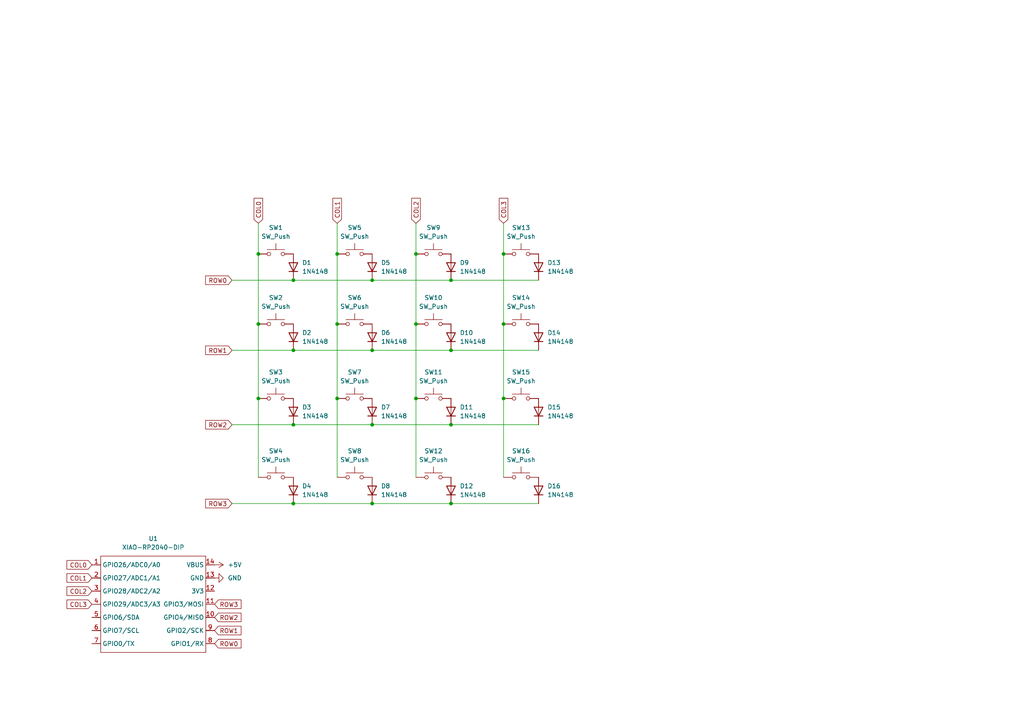
<source format=kicad_sch>
(kicad_sch (version 20231120) (generator "eeschema") (generator_version "8.0")
  (paper "A4")
  (lib_symbols
    (symbol "Diode:1N4148" (pin_numbers hide) (pin_names hide)
      (property "Reference" "D" (at 0 2.54 0))
      (property "Value" "1N4148" (at 0 -2.54 0))
      (symbol "1N4148_0_1"
        (polyline (pts (xy -1.27 1.27) (xy -1.27 -1.27)) (stroke (width 0.254)))
        (polyline (pts (xy 1.27 0) (xy -1.27 0)))
        (polyline (pts (xy 1.27 1.27) (xy 1.27 -1.27) (xy -1.27 0) (xy 1.27 1.27)) (stroke (width 0.254)))
      )
      (symbol "1N4148_1_1"
        (pin passive line (at -3.81 0 0) (length 2.54) (name "K") (number "1"))
        (pin passive line (at 3.81 0 180) (length 2.54) (name "A") (number "2"))
      )
    )
    (symbol "OPL:XIAO-RP2040-DIP"
      (property "Reference" "U" (at 0 0 0))
      (property "Value" "XIAO-RP2040-DIP" (at 5.334 -1.778 0))
      (symbol "XIAO-RP2040-DIP_1_0"
        (polyline (pts (xy -1.27 -30.48) (xy -1.27 -16.51)) (stroke (width 0.1524)))
        (polyline (pts (xy -1.27 -27.94) (xy -2.54 -27.94)) (stroke (width 0.1524)))
        (polyline (pts (xy -1.27 -24.13) (xy -2.54 -24.13)) (stroke (width 0.1524)))
        (polyline (pts (xy -1.27 -20.32) (xy -2.54 -20.32)) (stroke (width 0.1524)))
        (polyline (pts (xy -1.27 -16.51) (xy -2.54 -16.51)) (stroke (width 0.1524)))
        (polyline (pts (xy -1.27 -16.51) (xy -1.27 -12.7)) (stroke (width 0.1524)))
        (polyline (pts (xy -1.27 -12.7) (xy -2.54 -12.7)) (stroke (width 0.1524)))
        (polyline (pts (xy -1.27 -12.7) (xy -1.27 -8.89)) (stroke (width 0.1524)))
        (polyline (pts (xy -1.27 -8.89) (xy -2.54 -8.89)) (stroke (width 0.1524)))
        (polyline (pts (xy -1.27 -8.89) (xy -1.27 -5.08)) (stroke (width 0.1524)))
        (polyline (pts (xy -1.27 -5.08) (xy -2.54 -5.08)) (stroke (width 0.1524)))
        (polyline (pts (xy -1.27 -5.08) (xy -1.27 -2.54)) (stroke (width 0.1524)))
        (polyline (pts (xy -1.27 -2.54) (xy 29.21 -2.54)) (stroke (width 0.1524)))
        (polyline (pts (xy 29.21 -30.48) (xy -1.27 -30.48)) (stroke (width 0.1524)))
        (polyline (pts (xy 29.21 -12.7) (xy 29.21 -30.48)) (stroke (width 0.1524)))
        (polyline (pts (xy 29.21 -8.89) (xy 29.21 -12.7)) (stroke (width 0.1524)))
        (polyline (pts (xy 29.21 -5.08) (xy 29.21 -8.89)) (stroke (width 0.1524)))
        (polyline (pts (xy 29.21 -2.54) (xy 29.21 -5.08)) (stroke (width 0.1524)))
        (polyline (pts (xy 30.48 -27.94) (xy 29.21 -27.94)) (stroke (width 0.1524)))
        (polyline (pts (xy 30.48 -24.13) (xy 29.21 -24.13)) (stroke (width 0.1524)))
        (polyline (pts (xy 30.48 -20.32) (xy 29.21 -20.32)) (stroke (width 0.1524)))
        (polyline (pts (xy 30.48 -16.51) (xy 29.21 -16.51)) (stroke (width 0.1524)))
        (polyline (pts (xy 30.48 -12.7) (xy 29.21 -12.7)) (stroke (width 0.1524)))
        (polyline (pts (xy 30.48 -8.89) (xy 29.21 -8.89)) (stroke (width 0.1524)))
        (polyline (pts (xy 30.48 -5.08) (xy 29.21 -5.08)) (stroke (width 0.1524)))
        (pin passive line (at -3.81 -5.08 0) (length 2.54) (name "GPIO26/ADC0/A0") (number "1"))
        (pin passive line (at 31.75 -20.32 180) (length 2.54) (name "GPIO4/MISO") (number "10"))
        (pin passive line (at 31.75 -16.51 180) (length 2.54) (name "GPIO3/MOSI") (number "11"))
        (pin passive line (at 31.75 -12.7 180) (length 2.54) (name "3V3") (number "12"))
        (pin passive line (at 31.75 -8.89 180) (length 2.54) (name "GND") (number "13"))
        (pin passive line (at 31.75 -5.08 180) (length 2.54) (name "VBUS") (number "14"))
        (pin passive line (at -3.81 -8.89 0) (length 2.54) (name "GPIO27/ADC1/A1") (number "2"))
        (pin passive line (at -3.81 -12.7 0) (length 2.54) (name "GPIO28/ADC2/A2") (number "3"))
        (pin passive line (at -3.81 -16.51 0) (length 2.54) (name "GPIO29/ADC3/A3") (number "4"))
        (pin passive line (at -3.81 -20.32 0) (length 2.54) (name "GPIO6/SDA") (number "5"))
        (pin passive line (at -3.81 -24.13 0) (length 2.54) (name "GPIO7/SCL") (number "6"))
        (pin passive line (at -3.81 -27.94 0) (length 2.54) (name "GPIO0/TX") (number "7"))
        (pin passive line (at 31.75 -27.94 180) (length 2.54) (name "GPIO1/RX") (number "8"))
        (pin passive line (at 31.75 -24.13 180) (length 2.54) (name "GPIO2/SCK") (number "9"))
      )
    )
    (symbol "Switch:SW_Push" (pin_numbers hide) (pin_names (offset 1.016) hide)
      (property "Reference" "SW" (at 1.27 2.54 0))
      (property "Value" "SW_Push" (at 0 -1.524 0))
      (symbol "SW_Push_0_1"
        (circle (center -2.032 0) (radius 0.508))
        (polyline (pts (xy 0 1.27) (xy 0 3.048)))
        (polyline (pts (xy 2.54 1.27) (xy -2.54 1.27)))
        (circle (center 2.032 0) (radius 0.508))
        (pin passive line (at -5.08 0 0) (length 2.54) (name "1") (number "1"))
        (pin passive line (at 5.08 0 180) (length 2.54) (name "2") (number "2"))
      )
    )
    (symbol "power:+5V" (power) (pin_numbers hide) (pin_names (offset 0) hide)
      (property "Value" "+5V" (at 0 3.556 0))
      (symbol "+5V_0_1"
        (polyline (pts (xy -0.762 1.27) (xy 0 2.54)))
        (polyline (pts (xy 0 0) (xy 0 2.54)))
        (polyline (pts (xy 0 2.54) (xy 0.762 1.27)))
      )
      (symbol "+5V_1_1"
        (pin power_in line (at 0 0 90) (length 0) (name "~") (number "1"))
      )
    )
    (symbol "power:GND" (power) (pin_numbers hide) (pin_names (offset 0) hide)
      (property "Value" "GND" (at 0 -3.81 0))
      (symbol "GND_0_1"
        (polyline (pts (xy 0 0) (xy 0 -1.27) (xy 1.27 -1.27) (xy 0 -2.54) (xy -1.27 -1.27) (xy 0 -1.27)))
      )
      (symbol "GND_1_1"
        (pin power_in line (at 0 0 270) (length 0) (name "~") (number "1"))
      )
    )
  )
  (junction (at 107.95 123.19))
  (junction (at 146.05 73.66))
  (junction (at 85.09 146.05))
  (junction (at 146.05 115.57))
  (junction (at 120.65 93.98))
  (junction (at 74.93 73.66))
  (junction (at 107.95 81.28))
  (junction (at 97.79 115.57))
  (junction (at 130.81 81.28))
  (junction (at 120.65 73.66))
  (junction (at 107.95 146.05))
  (junction (at 97.79 73.66))
  (junction (at 85.09 101.6))
  (junction (at 130.81 123.19))
  (junction (at 97.79 93.98))
  (junction (at 146.05 93.98))
  (junction (at 130.81 101.6))
  (junction (at 74.93 115.57))
  (junction (at 120.65 115.57))
  (junction (at 130.81 146.05))
  (junction (at 74.93 93.98))
  (junction (at 107.95 101.6))
  (junction (at 85.09 123.19))
  (junction (at 85.09 81.28))
  (wire (pts (xy 130.81 146.05) (xy 156.21 146.05)))
  (wire (pts (xy 97.79 64.77) (xy 97.79 73.66)))
  (wire (pts (xy 120.65 115.57) (xy 120.65 138.43)))
  (wire (pts (xy 97.79 93.98) (xy 97.79 115.57)))
  (wire (pts (xy 85.09 101.6) (xy 107.95 101.6)))
  (wire (pts (xy 67.31 123.19) (xy 85.09 123.19)))
  (wire (pts (xy 130.81 81.28) (xy 156.21 81.28)))
  (wire (pts (xy 74.93 93.98) (xy 74.93 115.57)))
  (wire (pts (xy 120.65 73.66) (xy 120.65 93.98)))
  (wire (pts (xy 130.81 101.6) (xy 156.21 101.6)))
  (wire (pts (xy 74.93 73.66) (xy 74.93 93.98)))
  (wire (pts (xy 146.05 64.77) (xy 146.05 73.66)))
  (wire (pts (xy 85.09 146.05) (xy 107.95 146.05)))
  (wire (pts (xy 120.65 93.98) (xy 120.65 115.57)))
  (wire (pts (xy 107.95 101.6) (xy 130.81 101.6)))
  (wire (pts (xy 146.05 93.98) (xy 146.05 115.57)))
  (wire (pts (xy 107.95 81.28) (xy 130.81 81.28)))
  (wire (pts (xy 97.79 115.57) (xy 97.79 138.43)))
  (wire (pts (xy 67.31 101.6) (xy 85.09 101.6)))
  (wire (pts (xy 74.93 115.57) (xy 74.93 138.43)))
  (wire (pts (xy 146.05 115.57) (xy 146.05 138.43)))
  (wire (pts (xy 107.95 146.05) (xy 130.81 146.05)))
  (wire (pts (xy 146.05 73.66) (xy 146.05 93.98)))
  (wire (pts (xy 67.31 81.28) (xy 85.09 81.28)))
  (wire (pts (xy 67.31 146.05) (xy 85.09 146.05)))
  (wire (pts (xy 120.65 64.77) (xy 120.65 73.66)))
  (wire (pts (xy 97.79 73.66) (xy 97.79 93.98)))
  (wire (pts (xy 107.95 123.19) (xy 130.81 123.19)))
  (wire (pts (xy 74.93 64.77) (xy 74.93 73.66)))
  (wire (pts (xy 85.09 123.19) (xy 107.95 123.19)))
  (wire (pts (xy 85.09 81.28) (xy 107.95 81.28)))
  (wire (pts (xy 130.81 123.19) (xy 156.21 123.19)))
  (global_label "ROW3" (shape input) (at 62.23 175.26 0) (property "Intersheetrefs" "${INTERSHEET_REFS}" (effects (hide yes))))
  (global_label "COL1" (shape input) (at 26.67 167.64 180) (property "Intersheetrefs" "${INTERSHEET_REFS}" (effects (hide yes))))
  (global_label "ROW1" (shape input) (at 62.23 182.88 0) (property "Intersheetrefs" "${INTERSHEET_REFS}" (effects (hide yes))))
  (global_label "ROW2" (shape input) (at 62.23 179.07 0) (property "Intersheetrefs" "${INTERSHEET_REFS}" (effects (hide yes))))
  (global_label "COL2" (shape input) (at 26.67 171.45 180) (property "Intersheetrefs" "${INTERSHEET_REFS}" (effects (hide yes))))
  (global_label "COL2" (shape input) (at 120.65 64.77 90) (property "Intersheetrefs" "${INTERSHEET_REFS}" (effects (hide yes))))
  (global_label "COL0" (shape input) (at 74.93 64.77 90) (property "Intersheetrefs" "${INTERSHEET_REFS}" (effects (hide yes))))
  (global_label "COL0" (shape input) (at 26.67 163.83 180) (property "Intersheetrefs" "${INTERSHEET_REFS}" (effects (hide yes))))
  (global_label "COL3" (shape input) (at 26.67 175.26 180) (property "Intersheetrefs" "${INTERSHEET_REFS}" (effects (hide yes))))
  (global_label "ROW2" (shape input) (at 67.31 123.19 180) (property "Intersheetrefs" "${INTERSHEET_REFS}" (effects (hide yes))))
  (global_label "ROW3" (shape input) (at 67.31 146.05 180) (property "Intersheetrefs" "${INTERSHEET_REFS}" (effects (hide yes))))
  (global_label "COL3" (shape input) (at 146.05 64.77 90) (property "Intersheetrefs" "${INTERSHEET_REFS}" (effects (hide yes))))
  (global_label "ROW1" (shape input) (at 67.31 101.6 180) (property "Intersheetrefs" "${INTERSHEET_REFS}" (effects (hide yes))))
  (global_label "ROW0" (shape input) (at 67.31 81.28 180) (property "Intersheetrefs" "${INTERSHEET_REFS}" (effects (hide yes))))
  (global_label "ROW0" (shape input) (at 62.23 186.69 0) (property "Intersheetrefs" "${INTERSHEET_REFS}" (effects (hide yes))))
  (global_label "COL1" (shape input) (at 97.79 64.77 90) (property "Intersheetrefs" "${INTERSHEET_REFS}" (effects (hide yes))))
  (symbol (lib_id "Switch:SW_Push") (at 125.73 115.57 0) (unit 1)
    (property "Reference" "SW11" (at 125.73 107.95 0))
    (property "Value" "SW_Push" (at 125.73 110.49 0))
    (property "Footprint" "Button_Switch_Keyboard:SW_Cherry_MX_1.00u_PCB" (effects (hide yes)))
    (property "Description" "Push button switch, generic, two pins" (effects (hide yes)))
  )
  (symbol (lib_id "Diode:1N4148") (at 85.09 77.47 90) (unit 1)
    (property "Reference" "D1" (at 87.63 76.1999 90) (effects (justify right)))
    (property "Value" "1N4148" (at 87.63 78.7399 90) (effects (justify right)))
    (property "Footprint" "Diode_THT:D_DO-35_SOD27_P7.62mm_Horizontal" (effects (hide yes)))
    (property "Datasheet" "https://assets.nexperia.com/documents/data-sheet/1N4148_1N4448.pdf" (effects (hide yes)))
    (property "Description" "100V 0.15A standard switching diode, DO-35" (effects (hide yes)))
    (property "Sim.Device" "D" (effects (hide yes)))
    (property "Sim.Pins" "1=K 2=A" (effects (hide yes)))
  )
  (symbol (lib_id "Switch:SW_Push") (at 80.01 138.43 0) (unit 1)
    (property "Reference" "SW4" (at 80.01 130.81 0))
    (property "Value" "SW_Push" (at 80.01 133.35 0))
    (property "Footprint" "Button_Switch_Keyboard:SW_Cherry_MX_1.00u_PCB" (effects (hide yes)))
    (property "Description" "Push button switch, generic, two pins" (effects (hide yes)))
  )
  (symbol (lib_id "Diode:1N4148") (at 85.09 119.38 90) (unit 1)
    (property "Reference" "D3" (at 87.63 118.1099 90) (effects (justify right)))
    (property "Value" "1N4148" (at 87.63 120.6499 90) (effects (justify right)))
    (property "Footprint" "Diode_THT:D_DO-35_SOD27_P7.62mm_Horizontal" (effects (hide yes)))
    (property "Datasheet" "https://assets.nexperia.com/documents/data-sheet/1N4148_1N4448.pdf" (effects (hide yes)))
    (property "Description" "100V 0.15A standard switching diode, DO-35" (effects (hide yes)))
    (property "Sim.Device" "D" (effects (hide yes)))
    (property "Sim.Pins" "1=K 2=A" (effects (hide yes)))
  )
  (symbol (lib_id "OPL:XIAO-RP2040-DIP") (at 30.48 158.75 0) (unit 1)
    (property "Reference" "U1" (at 44.45 156.21 0))
    (property "Value" "XIAO-RP2040-DIP" (at 44.45 158.75 0))
    (property "Footprint" "OPL:XIAO-RP2040-DIP" (effects (hide yes)))
  )
  (symbol (lib_id "Diode:1N4148") (at 85.09 142.24 90) (unit 1)
    (property "Reference" "D4" (at 87.63 140.9699 90) (effects (justify right)))
    (property "Value" "1N4148" (at 87.63 143.5099 90) (effects (justify right)))
    (property "Footprint" "Diode_THT:D_DO-35_SOD27_P7.62mm_Horizontal" (effects (hide yes)))
    (property "Datasheet" "https://assets.nexperia.com/documents/data-sheet/1N4148_1N4448.pdf" (effects (hide yes)))
    (property "Description" "100V 0.15A standard switching diode, DO-35" (effects (hide yes)))
    (property "Sim.Device" "D" (effects (hide yes)))
    (property "Sim.Pins" "1=K 2=A" (effects (hide yes)))
  )
  (symbol (lib_id "Diode:1N4148") (at 85.09 97.79 90) (unit 1)
    (property "Reference" "D2" (at 87.63 96.5199 90) (effects (justify right)))
    (property "Value" "1N4148" (at 87.63 99.0599 90) (effects (justify right)))
    (property "Footprint" "Diode_THT:D_DO-35_SOD27_P7.62mm_Horizontal" (effects (hide yes)))
    (property "Datasheet" "https://assets.nexperia.com/documents/data-sheet/1N4148_1N4448.pdf" (effects (hide yes)))
    (property "Description" "100V 0.15A standard switching diode, DO-35" (effects (hide yes)))
    (property "Sim.Device" "D" (effects (hide yes)))
    (property "Sim.Pins" "1=K 2=A" (effects (hide yes)))
  )
  (symbol (lib_id "Switch:SW_Push") (at 125.73 138.43 0) (unit 1)
    (property "Reference" "SW12" (at 125.73 130.81 0))
    (property "Value" "SW_Push" (at 125.73 133.35 0))
    (property "Footprint" "Button_Switch_Keyboard:SW_Cherry_MX_1.00u_PCB" (effects (hide yes)))
    (property "Description" "Push button switch, generic, two pins" (effects (hide yes)))
  )
  (symbol (lib_id "Switch:SW_Push") (at 151.13 73.66 0) (unit 1)
    (property "Reference" "SW13" (at 151.13 66.04 0))
    (property "Value" "SW_Push" (at 151.13 68.58 0))
    (property "Footprint" "Button_Switch_Keyboard:SW_Cherry_MX_1.00u_PCB" (effects (hide yes)))
    (property "Description" "Push button switch, generic, two pins" (effects (hide yes)))
  )
  (symbol (lib_id "Switch:SW_Push") (at 151.13 115.57 0) (unit 1)
    (property "Reference" "SW15" (at 151.13 107.95 0))
    (property "Value" "SW_Push" (at 151.13 110.49 0))
    (property "Footprint" "Button_Switch_Keyboard:SW_Cherry_MX_1.00u_PCB" (effects (hide yes)))
    (property "Description" "Push button switch, generic, two pins" (effects (hide yes)))
  )
  (symbol (lib_id "Switch:SW_Push") (at 151.13 138.43 0) (unit 1)
    (property "Reference" "SW16" (at 151.13 130.81 0))
    (property "Value" "SW_Push" (at 151.13 133.35 0))
    (property "Footprint" "Button_Switch_Keyboard:SW_Cherry_MX_1.00u_PCB" (effects (hide yes)))
    (property "Description" "Push button switch, generic, two pins" (effects (hide yes)))
  )
  (symbol (lib_id "Diode:1N4148") (at 130.81 77.47 90) (unit 1)
    (property "Reference" "D9" (at 133.35 76.1999 90) (effects (justify right)))
    (property "Value" "1N4148" (at 133.35 78.7399 90) (effects (justify right)))
    (property "Footprint" "Diode_THT:D_DO-35_SOD27_P7.62mm_Horizontal" (effects (hide yes)))
    (property "Datasheet" "https://assets.nexperia.com/documents/data-sheet/1N4148_1N4448.pdf" (effects (hide yes)))
    (property "Description" "100V 0.15A standard switching diode, DO-35" (effects (hide yes)))
    (property "Sim.Device" "D" (effects (hide yes)))
    (property "Sim.Pins" "1=K 2=A" (effects (hide yes)))
  )
  (symbol (lib_id "Diode:1N4148") (at 130.81 119.38 90) (unit 1)
    (property "Reference" "D11" (at 133.35 118.1099 90) (effects (justify right)))
    (property "Value" "1N4148" (at 133.35 120.6499 90) (effects (justify right)))
    (property "Footprint" "Diode_THT:D_DO-35_SOD27_P7.62mm_Horizontal" (effects (hide yes)))
    (property "Datasheet" "https://assets.nexperia.com/documents/data-sheet/1N4148_1N4448.pdf" (effects (hide yes)))
    (property "Description" "100V 0.15A standard switching diode, DO-35" (effects (hide yes)))
    (property "Sim.Device" "D" (effects (hide yes)))
    (property "Sim.Pins" "1=K 2=A" (effects (hide yes)))
  )
  (symbol (lib_id "Switch:SW_Push") (at 125.73 93.98 0) (unit 1)
    (property "Reference" "SW10" (at 125.73 86.36 0))
    (property "Value" "SW_Push" (at 125.73 88.9 0))
    (property "Footprint" "Button_Switch_Keyboard:SW_Cherry_MX_1.00u_PCB" (effects (hide yes)))
    (property "Description" "Push button switch, generic, two pins" (effects (hide yes)))
  )
  (symbol (lib_id "Switch:SW_Push") (at 125.73 73.66 0) (unit 1)
    (property "Reference" "SW9" (at 125.73 66.04 0))
    (property "Value" "SW_Push" (at 125.73 68.58 0))
    (property "Footprint" "Button_Switch_Keyboard:SW_Cherry_MX_1.00u_PCB" (effects (hide yes)))
    (property "Description" "Push button switch, generic, two pins" (effects (hide yes)))
  )
  (symbol (lib_id "Diode:1N4148") (at 156.21 97.79 90) (unit 1)
    (property "Reference" "D14" (at 158.75 96.5199 90) (effects (justify right)))
    (property "Value" "1N4148" (at 158.75 99.0599 90) (effects (justify right)))
    (property "Footprint" "Diode_THT:D_DO-35_SOD27_P7.62mm_Horizontal" (effects (hide yes)))
    (property "Datasheet" "https://assets.nexperia.com/documents/data-sheet/1N4148_1N4448.pdf" (effects (hide yes)))
    (property "Description" "100V 0.15A standard switching diode, DO-35" (effects (hide yes)))
    (property "Sim.Device" "D" (effects (hide yes)))
    (property "Sim.Pins" "1=K 2=A" (effects (hide yes)))
  )
  (symbol (lib_id "Diode:1N4148") (at 107.95 142.24 90) (unit 1)
    (property "Reference" "D8" (at 110.49 140.9699 90) (effects (justify right)))
    (property "Value" "1N4148" (at 110.49 143.5099 90) (effects (justify right)))
    (property "Footprint" "Diode_THT:D_DO-35_SOD27_P7.62mm_Horizontal" (effects (hide yes)))
    (property "Datasheet" "https://assets.nexperia.com/documents/data-sheet/1N4148_1N4448.pdf" (effects (hide yes)))
    (property "Description" "100V 0.15A standard switching diode, DO-35" (effects (hide yes)))
    (property "Sim.Device" "D" (effects (hide yes)))
    (property "Sim.Pins" "1=K 2=A" (effects (hide yes)))
  )
  (symbol (lib_id "Switch:SW_Push") (at 102.87 115.57 0) (unit 1)
    (property "Reference" "SW7" (at 102.87 107.95 0))
    (property "Value" "SW_Push" (at 102.87 110.49 0))
    (property "Footprint" "Button_Switch_Keyboard:SW_Cherry_MX_1.00u_PCB" (effects (hide yes)))
    (property "Description" "Push button switch, generic, two pins" (effects (hide yes)))
  )
  (symbol (lib_id "power:+5V") (at 62.23 163.83 270) (unit 1)
    (property "Reference" "#PWR03" (effects (hide yes)))
    (property "Value" "+5V" (at 66.04 163.8299 90) (effects (justify left)))
    (property "Description" "Power symbol creates a global label with name \"+5V\"" (effects (hide yes)))
  )
  (symbol (lib_id "Switch:SW_Push") (at 102.87 138.43 0) (unit 1)
    (property "Reference" "SW8" (at 102.87 130.81 0))
    (property "Value" "SW_Push" (at 102.87 133.35 0))
    (property "Footprint" "Button_Switch_Keyboard:SW_Cherry_MX_1.00u_PCB" (effects (hide yes)))
    (property "Description" "Push button switch, generic, two pins" (effects (hide yes)))
  )
  (symbol (lib_id "Diode:1N4148") (at 156.21 77.47 90) (unit 1)
    (property "Reference" "D13" (at 158.75 76.1999 90) (effects (justify right)))
    (property "Value" "1N4148" (at 158.75 78.7399 90) (effects (justify right)))
    (property "Footprint" "Diode_THT:D_DO-35_SOD27_P7.62mm_Horizontal" (effects (hide yes)))
    (property "Datasheet" "https://assets.nexperia.com/documents/data-sheet/1N4148_1N4448.pdf" (effects (hide yes)))
    (property "Description" "100V 0.15A standard switching diode, DO-35" (effects (hide yes)))
    (property "Sim.Device" "D" (effects (hide yes)))
    (property "Sim.Pins" "1=K 2=A" (effects (hide yes)))
  )
  (symbol (lib_id "Switch:SW_Push") (at 151.13 93.98 0) (unit 1)
    (property "Reference" "SW14" (at 151.13 86.36 0))
    (property "Value" "SW_Push" (at 151.13 88.9 0))
    (property "Footprint" "Button_Switch_Keyboard:SW_Cherry_MX_1.00u_PCB" (effects (hide yes)))
    (property "Description" "Push button switch, generic, two pins" (effects (hide yes)))
  )
  (symbol (lib_id "Diode:1N4148") (at 156.21 142.24 90) (unit 1)
    (property "Reference" "D16" (at 158.75 140.9699 90) (effects (justify right)))
    (property "Value" "1N4148" (at 158.75 143.5099 90) (effects (justify right)))
    (property "Footprint" "Diode_THT:D_DO-35_SOD27_P7.62mm_Horizontal" (effects (hide yes)))
    (property "Datasheet" "https://assets.nexperia.com/documents/data-sheet/1N4148_1N4448.pdf" (effects (hide yes)))
    (property "Description" "100V 0.15A standard switching diode, DO-35" (effects (hide yes)))
    (property "Sim.Device" "D" (effects (hide yes)))
    (property "Sim.Pins" "1=K 2=A" (effects (hide yes)))
  )
  (symbol (lib_id "Switch:SW_Push") (at 80.01 93.98 0) (unit 1)
    (property "Reference" "SW2" (at 80.01 86.36 0))
    (property "Value" "SW_Push" (at 80.01 88.9 0))
    (property "Footprint" "Button_Switch_Keyboard:SW_Cherry_MX_1.00u_PCB" (effects (hide yes)))
    (property "Description" "Push button switch, generic, two pins" (effects (hide yes)))
  )
  (symbol (lib_id "Switch:SW_Push") (at 102.87 73.66 0) (unit 1)
    (property "Reference" "SW5" (at 102.87 66.04 0))
    (property "Value" "SW_Push" (at 102.87 68.58 0))
    (property "Footprint" "Button_Switch_Keyboard:SW_Cherry_MX_1.00u_PCB" (effects (hide yes)))
    (property "Description" "Push button switch, generic, two pins" (effects (hide yes)))
  )
  (symbol (lib_id "Diode:1N4148") (at 130.81 142.24 90) (unit 1)
    (property "Reference" "D12" (at 133.35 140.9699 90) (effects (justify right)))
    (property "Value" "1N4148" (at 133.35 143.5099 90) (effects (justify right)))
    (property "Footprint" "Diode_THT:D_DO-35_SOD27_P7.62mm_Horizontal" (effects (hide yes)))
    (property "Datasheet" "https://assets.nexperia.com/documents/data-sheet/1N4148_1N4448.pdf" (effects (hide yes)))
    (property "Description" "100V 0.15A standard switching diode, DO-35" (effects (hide yes)))
    (property "Sim.Device" "D" (effects (hide yes)))
    (property "Sim.Pins" "1=K 2=A" (effects (hide yes)))
  )
  (symbol (lib_id "Switch:SW_Push") (at 102.87 93.98 0) (unit 1)
    (property "Reference" "SW6" (at 102.87 86.36 0))
    (property "Value" "SW_Push" (at 102.87 88.9 0))
    (property "Footprint" "Button_Switch_Keyboard:SW_Cherry_MX_1.00u_PCB" (effects (hide yes)))
    (property "Description" "Push button switch, generic, two pins" (effects (hide yes)))
  )
  (symbol (lib_id "Switch:SW_Push") (at 80.01 115.57 0) (unit 1)
    (property "Reference" "SW3" (at 80.01 107.95 0))
    (property "Value" "SW_Push" (at 80.01 110.49 0))
    (property "Footprint" "Button_Switch_Keyboard:SW_Cherry_MX_1.00u_PCB" (effects (hide yes)))
    (property "Description" "Push button switch, generic, two pins" (effects (hide yes)))
  )
  (symbol (lib_id "Diode:1N4148") (at 130.81 97.79 90) (unit 1)
    (property "Reference" "D10" (at 133.35 96.5199 90) (effects (justify right)))
    (property "Value" "1N4148" (at 133.35 99.0599 90) (effects (justify right)))
    (property "Footprint" "Diode_THT:D_DO-35_SOD27_P7.62mm_Horizontal" (effects (hide yes)))
    (property "Datasheet" "https://assets.nexperia.com/documents/data-sheet/1N4148_1N4448.pdf" (effects (hide yes)))
    (property "Description" "100V 0.15A standard switching diode, DO-35" (effects (hide yes)))
    (property "Sim.Device" "D" (effects (hide yes)))
    (property "Sim.Pins" "1=K 2=A" (effects (hide yes)))
  )
  (symbol (lib_id "Diode:1N4148") (at 107.95 77.47 90) (unit 1)
    (property "Reference" "D5" (at 110.49 76.1999 90) (effects (justify right)))
    (property "Value" "1N4148" (at 110.49 78.7399 90) (effects (justify right)))
    (property "Footprint" "Diode_THT:D_DO-35_SOD27_P7.62mm_Horizontal" (effects (hide yes)))
    (property "Datasheet" "https://assets.nexperia.com/documents/data-sheet/1N4148_1N4448.pdf" (effects (hide yes)))
    (property "Description" "100V 0.15A standard switching diode, DO-35" (effects (hide yes)))
    (property "Sim.Device" "D" (effects (hide yes)))
    (property "Sim.Pins" "1=K 2=A" (effects (hide yes)))
  )
  (symbol (lib_id "Diode:1N4148") (at 156.21 119.38 90) (unit 1)
    (property "Reference" "D15" (at 158.75 118.1099 90) (effects (justify right)))
    (property "Value" "1N4148" (at 158.75 120.6499 90) (effects (justify right)))
    (property "Footprint" "Diode_THT:D_DO-35_SOD27_P7.62mm_Horizontal" (effects (hide yes)))
    (property "Datasheet" "https://assets.nexperia.com/documents/data-sheet/1N4148_1N4448.pdf" (effects (hide yes)))
    (property "Description" "100V 0.15A standard switching diode, DO-35" (effects (hide yes)))
    (property "Sim.Device" "D" (effects (hide yes)))
    (property "Sim.Pins" "1=K 2=A" (effects (hide yes)))
  )
  (symbol (lib_id "Diode:1N4148") (at 107.95 97.79 90) (unit 1)
    (property "Reference" "D6" (at 110.49 96.5199 90) (effects (justify right)))
    (property "Value" "1N4148" (at 110.49 99.0599 90) (effects (justify right)))
    (property "Footprint" "Diode_THT:D_DO-35_SOD27_P7.62mm_Horizontal" (effects (hide yes)))
    (property "Datasheet" "https://assets.nexperia.com/documents/data-sheet/1N4148_1N4448.pdf" (effects (hide yes)))
    (property "Description" "100V 0.15A standard switching diode, DO-35" (effects (hide yes)))
    (property "Sim.Device" "D" (effects (hide yes)))
    (property "Sim.Pins" "1=K 2=A" (effects (hide yes)))
  )
  (symbol (lib_id "power:GND") (at 62.23 167.64 90) (unit 1)
    (property "Reference" "#PWR02" (effects (hide yes)))
    (property "Value" "GND" (at 66.04 167.6399 90) (effects (justify right)))
    (property "Description" "Power symbol creates a global label with name \"GND\" , ground" (effects (hide yes)))
  )
  (symbol (lib_id "Switch:SW_Push") (at 80.01 73.66 0) (unit 1)
    (property "Reference" "SW1" (at 80.01 66.04 0))
    (property "Value" "SW_Push" (at 80.01 68.58 0))
    (property "Footprint" "Button_Switch_Keyboard:SW_Cherry_MX_1.00u_PCB" (effects (hide yes)))
    (property "Description" "Push button switch, generic, two pins" (effects (hide yes)))
  )
  (symbol (lib_id "Diode:1N4148") (at 107.95 119.38 90) (unit 1)
    (property "Reference" "D7" (at 110.49 118.1099 90) (effects (justify right)))
    (property "Value" "1N4148" (at 110.49 120.6499 90) (effects (justify right)))
    (property "Footprint" "Diode_THT:D_DO-35_SOD27_P7.62mm_Horizontal" (effects (hide yes)))
    (property "Datasheet" "https://assets.nexperia.com/documents/data-sheet/1N4148_1N4448.pdf" (effects (hide yes)))
    (property "Description" "100V 0.15A standard switching diode, DO-35" (effects (hide yes)))
    (property "Sim.Device" "D" (effects (hide yes)))
    (property "Sim.Pins" "1=K 2=A" (effects (hide yes)))
  )
)
</source>
